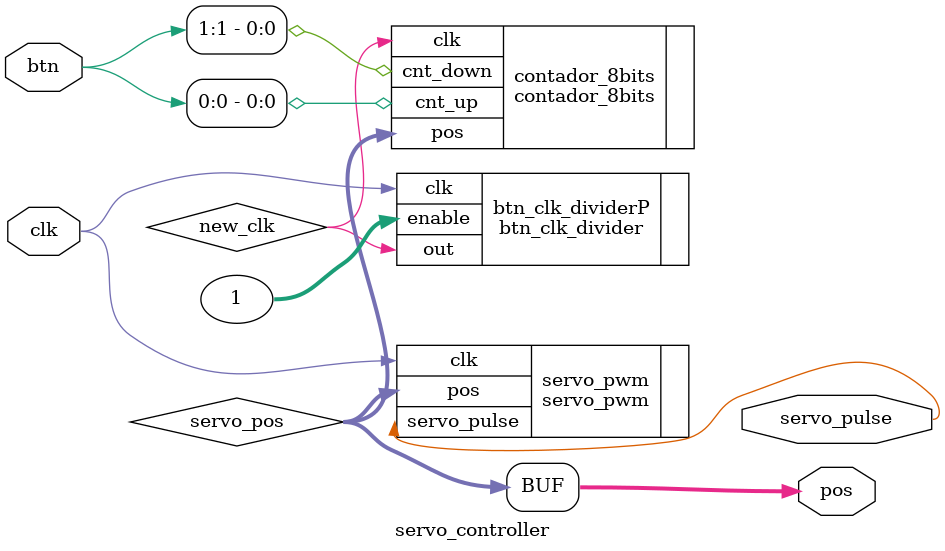
<source format=v>
module servo_controller(
	input clk, //25 MHz
	input [1:0] btn,

	output [7:0] pos,
	output servo_pulse
    );

		wire [7:0] servo_pos;
		wire new_clk;
		parameter uno = 1;
		
		assign pos = servo_pos;

		contador_8bits contador_8bits (
		  .cnt_up(btn[0]),
		  .cnt_down(btn[1]),
		  .clk(new_clk),
		  //.rst(0),

		  .pos(servo_pos) //8bits
		);

		servo_pwm servo_pwm (
			.pos(servo_pos), //8bits
			.clk(clk),

			.servo_pulse(servo_pulse)
		);
		
		btn_clk_divider btn_clk_dividerP (
		.clk(clk),
		.enable(uno),

		.out(new_clk)
		);


endmodule

</source>
